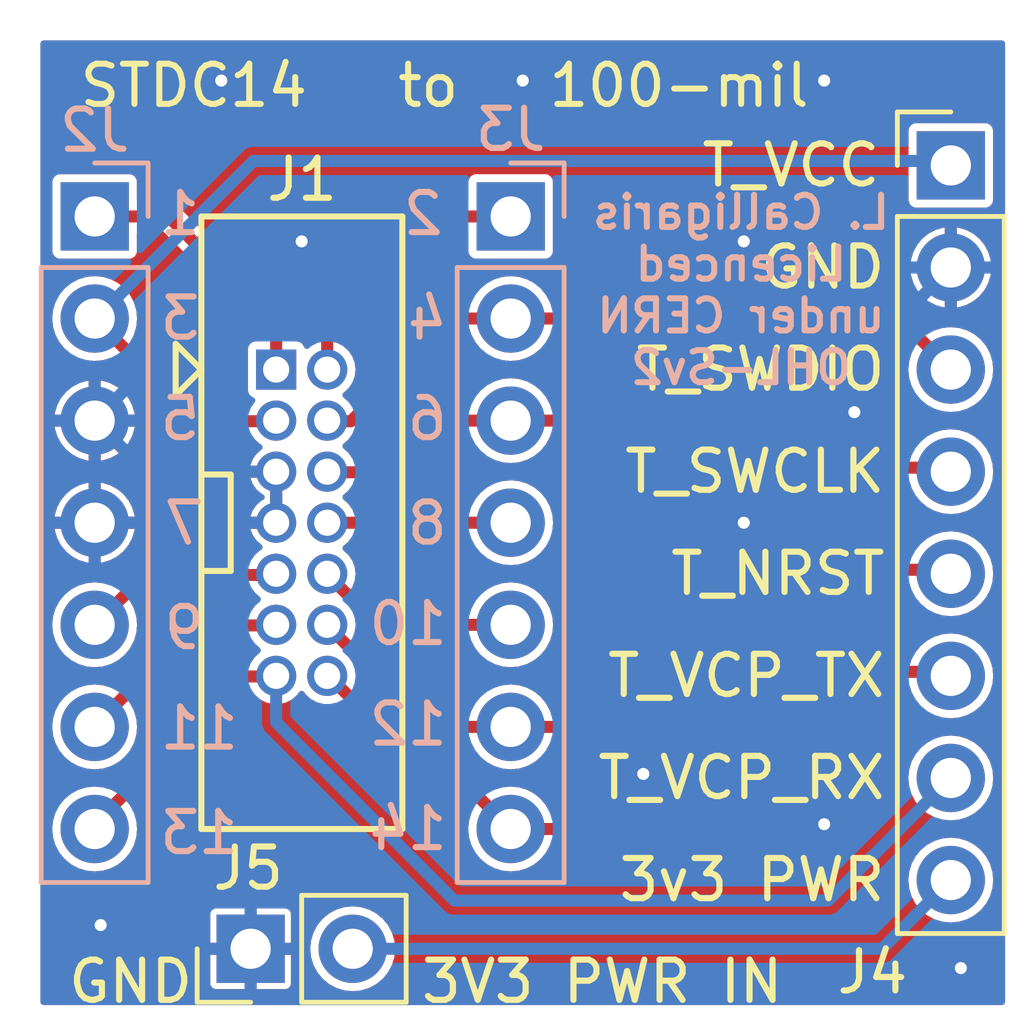
<source format=kicad_pcb>
(kicad_pcb (version 20221018) (generator pcbnew)
  (layers (0 "F.Cu" signal) (31 "B.Cu" signal) (34 "B.Paste" user) (35 "F.Paste" user) (36 "B.SilkS" user "B.Silkscreen") (37 "F.SilkS" user "F.Silkscreen") (38 "B.Mask" user) (39 "F.Mask" user) (44 "Edge.Cuts" user))
  (net 0 "")
  (net 1 "/T_VCC")
  (net 2 "/T_JTMS{slash}T_SWDIO")
  (net 3 "/GND")
  (net 4 "/T_JCLK{slash}T_SWCLK")
  (net 5 "/T_JTDO{slash}T_SWO")
  (net 6 "/T_JRCLK{slash}NC")
  (net 7 "/T_JTDI{slash}NC")
  (net 8 "/GNDDetect")
  (net 9 "/T_NRST")
  (net 10 "/T_VCP_RX")
  (net 11 "/T_VCP_TX")
  (net 12 "Net-(J4-Pin_8)")
  (net 13 "/RESERVED1")
  (net 14 "/RESERVED2")
  (footprint "stdc14-to-100mil-breakout:IDC-Header_2x07_P1.27mm_Vertical" (layer "F.Cu") (at 47 52.508)
    (fp_text reference "J1" (at 0.01 -8.54) (layer "F.SilkS") (effects (font (thickness 0.153))))
    (fp_text value "STDC14_MaleReceptacle_TargetSide" hide)
    (fp_line (start -3.135 -4.45) (end -3.135 -3.17) (stroke (width 0.15)) (layer "F.SilkS"))
    (fp_line (start -3.135 -3.17) (end -2.495 -3.81) (stroke (width 0.15)) (layer "F.SilkS"))
    (fp_line (start -2.495 -7.62) (end -2.495 7.62) (stroke (width 0.15)) (layer "F.SilkS"))
    (fp_line (start -2.495 -7.62) (end 2.505 -7.62) (stroke (width 0.15)) (layer "F.SilkS"))
    (fp_line (start -2.495 -3.81) (end -3.135 -4.45) (stroke (width 0.15)) (layer "F.SilkS"))
    (fp_line (start -2.495 -1.2) (end -1.765 -1.2) (stroke (width 0.15)) (layer "F.SilkS"))
    (fp_line (start -2.495 1.2) (end -1.765 1.2) (stroke (width 0.15)) (layer "F.SilkS"))
    (fp_line (start -2.495 7.62) (end 2.505 7.62) (stroke (width 0.15)) (layer "F.SilkS"))
    (fp_line (start -1.765 -1.2) (end -1.765 1.2) (stroke (width 0.15)) (layer "F.SilkS"))
    (fp_line (start 2.505 -7.62) (end 2.505 7.62) (stroke (width 0.15)) (layer "F.SilkS"))
    (pad "1" thru_hole rect (at -0.635 -3.81) (size 1 1) (drill 0.65) (layers "*.Cu" "*.Mask") (net 13 "/RESERVED1"))
    (pad "2" thru_hole oval (at 0.635 -3.81) (size 1 1) (drill 0.65) (layers "*.Cu" "*.Mask") (net 14 "/RESERVED2"))
    (pad "3" thru_hole oval (at -0.635 -2.54) (size 1 1) (drill 0.65) (layers "*.Cu" "*.Mask") (net 1 "/T_VCC"))
    (pad "4" thru_hole oval (at 0.635 -2.54) (size 1 1) (drill 0.65) (layers "*.Cu" "*.Mask") (net 2 "/T_JTMS{slash}T_SWDIO"))
    (pad "5" thru_hole oval (at -0.635 -1.27) (size 1 1) (drill 0.65) (layers "*.Cu" "*.Mask") (net 3 "/GND"))
    (pad "6" thru_hole oval (at 0.635 -1.27) (size 1 1) (drill 0.65) (layers "*.Cu" "*.Mask") (net 4 "/T_JCLK{slash}T_SWCLK"))
    (pad "7" thru_hole oval (at -0.635 0) (size 1 1) (drill 0.65) (layers "*.Cu" "*.Mask") (net 3 "/GND"))
    (pad "8" thru_hole oval (at 0.635 0) (size 1 1) (drill 0.65) (layers "*.Cu" "*.Mask") (net 5 "/T_JTDO{slash}T_SWO"))
    (pad "9" thru_hole oval (at -0.635 1.27) (size 1 1) (drill 0.65) (layers "*.Cu" "*.Mask") (net 6 "/T_JRCLK{slash}NC"))
    (pad "10" thru_hole oval (at 0.635 1.27) (size 1 1) (drill 0.65) (layers "*.Cu" "*.Mask") (net 7 "/T_JTDI{slash}NC"))
    (pad "11" thru_hole oval (at -0.635 2.54) (size 1 1) (drill 0.65) (layers "*.Cu" "*.Mask") (net 8 "/GNDDetect"))
    (pad "12" thru_hole oval (at 0.635 2.54) (size 1 1) (drill 0.65) (layers "*.Cu" "*.Mask") (net 9 "/T_NRST"))
    (pad "13" thru_hole oval (at -0.635 3.81) (size 1 1) (drill 0.65) (layers "*.Cu" "*.Mask") (net 10 "/T_VCP_RX"))
    (pad "14" thru_hole oval (at 0.635 3.81) (size 1 1) (drill 0.65) (layers "*.Cu" "*.Mask") (net 11 "/T_VCP_TX"))
  )
  (footprint "stdc14-to-100mil-breakout:PinHeader_1x08_P2.54mm_Vertical" (layer "F.Cu") (at 63.15 52.508)
    (fp_text reference "J4" (at -1.95 11.18) (layer "F.SilkS") (effects (font (thickness 0.153))))
    (fp_text value "PinHeader_1x08_P2.54mm_Vertical" hide)
    (fp_line (start -1.33 -10.22) (end 0 -10.22) (stroke (width 0.12)) (layer "F.SilkS"))
    (fp_line (start -1.33 -8.89) (end -1.33 -10.22) (stroke (width 0.12)) (layer "F.SilkS"))
    (fp_line (start -1.33 -7.62) (end -1.33 10.22) (stroke (width 0.12)) (layer "F.SilkS"))
    (fp_line (start -1.33 -7.62) (end 1.33 -7.62) (stroke (width 0.12)) (layer "F.SilkS"))
    (fp_line (start -1.33 10.22) (end 1.33 10.22) (stroke (width 0.12)) (layer "F.SilkS"))
    (fp_line (start 1.33 -7.62) (end 1.33 10.22) (stroke (width 0.12)) (layer "F.SilkS"))
    (pad "1" thru_hole rect (at 0 -8.89) (size 1.7 1.7) (drill 1) (layers "*.Cu" "*.Mask") (net 1 "/T_VCC"))
    (pad "2" thru_hole oval (at 0 -6.35) (size 1.7 1.7) (drill 1) (layers "*.Cu" "*.Mask") (net 3 "/GND"))
    (pad "3" thru_hole oval (at 0 -3.81) (size 1.7 1.7) (drill 1) (layers "*.Cu" "*.Mask") (net 2 "/T_JTMS{slash}T_SWDIO"))
    (pad "4" thru_hole oval (at 0 -1.27) (size 1.7 1.7) (drill 1) (layers "*.Cu" "*.Mask") (net 4 "/T_JCLK{slash}T_SWCLK"))
    (pad "5" thru_hole oval (at 0 1.27) (size 1.7 1.7) (drill 1) (layers "*.Cu" "*.Mask") (net 9 "/T_NRST"))
    (pad "6" thru_hole oval (at 0 3.81) (size 1.7 1.7) (drill 1) (layers "*.Cu" "*.Mask") (net 11 "/T_VCP_TX"))
    (pad "7" thru_hole oval (at 0 6.35) (size 1.7 1.7) (drill 1) (layers "*.Cu" "*.Mask") (net 10 "/T_VCP_RX"))
    (pad "8" thru_hole oval (at 0 8.89) (size 1.7 1.7) (drill 1) (layers "*.Cu" "*.Mask") (net 12 "Net-(J4-Pin_8)"))
  )
  (footprint "stdc14-to-100mil-breakout:PinHeader_1x02_P2.54mm_Vertical" (layer "F.Cu") (at 47 63.108 90)
    (fp_text reference "J5" (at 2 -1.33 180) (layer "F.SilkS") (effects (font (thickness 0.153))))
    (fp_text value "PinHeader_1x02_P2.54mm_Vertical" hide)
    (fp_line (start -1.33 -2.6) (end 0 -2.6) (stroke (width 0.12)) (layer "F.SilkS"))
    (fp_line (start -1.33 -1.27) (end -1.33 -2.6) (stroke (width 0.12)) (layer "F.SilkS"))
    (fp_line (start -1.33 0) (end -1.33 2.6) (stroke (width 0.12)) (layer "F.SilkS"))
    (fp_line (start -1.33 0) (end 1.33 0) (stroke (width 0.12)) (layer "F.SilkS"))
    (fp_line (start -1.33 2.6) (end 1.33 2.6) (stroke (width 0.12)) (layer "F.SilkS"))
    (fp_line (start 1.33 0) (end 1.33 2.6) (stroke (width 0.12)) (layer "F.SilkS"))
    (pad "1" thru_hole rect (at 0 -1.27 90) (size 1.7 1.7) (drill 1) (layers "*.Cu" "*.Mask") (net 3 "/GND"))
    (pad "2" thru_hole oval (at 0 1.27 90) (size 1.7 1.7) (drill 1) (layers "*.Cu" "*.Mask") (net 12 "Net-(J4-Pin_8)"))
  )
  (footprint "stdc14-to-100mil-breakout:PinHeader_1x07_P2.54mm_Vertical" (layer "B.Cu") (at 52.2 52.508 180)
    (fp_text reference "J3" (at 0 9.78) (layer "B.SilkS") (effects (font (thickness 0.153)) (justify mirror)))
    (fp_text value "PinHeader_1x07_P2.54mm_Vertical" hide)
    (fp_line (start -1.33 -8.95) (end 1.33 -8.95) (stroke (width 0.12)) (layer "B.SilkS"))
    (fp_line (start -1.33 6.35) (end -1.33 -8.95) (stroke (width 0.12)) (layer "B.SilkS"))
    (fp_line (start -1.33 6.35) (end 1.33 6.35) (stroke (width 0.12)) (layer "B.SilkS"))
    (fp_line (start -1.33 7.62) (end -1.33 8.95) (stroke (width 0.12)) (layer "B.SilkS"))
    (fp_line (start -1.33 8.95) (end 0 8.95) (stroke (width 0.12)) (layer "B.SilkS"))
    (fp_line (start 1.33 6.35) (end 1.33 -8.95) (stroke (width 0.12)) (layer "B.SilkS"))
    (pad "1" thru_hole rect (at 0 7.62 180) (size 1.7 1.7) (drill 1) (layers "*.Cu" "*.Mask") (net 14 "/RESERVED2"))
    (pad "2" thru_hole oval (at 0 5.08 180) (size 1.7 1.7) (drill 1) (layers "*.Cu" "*.Mask") (net 2 "/T_JTMS{slash}T_SWDIO"))
    (pad "3" thru_hole oval (at 0 2.54 180) (size 1.7 1.7) (drill 1) (layers "*.Cu" "*.Mask") (net 4 "/T_JCLK{slash}T_SWCLK"))
    (pad "4" thru_hole oval (at 0 0 180) (size 1.7 1.7) (drill 1) (layers "*.Cu" "*.Mask") (net 5 "/T_JTDO{slash}T_SWO"))
    (pad "5" thru_hole oval (at 0 -2.54 180) (size 1.7 1.7) (drill 1) (layers "*.Cu" "*.Mask") (net 7 "/T_JTDI{slash}NC"))
    (pad "6" thru_hole oval (at 0 -5.08 180) (size 1.7 1.7) (drill 1) (layers "*.Cu" "*.Mask") (net 9 "/T_NRST"))
    (pad "7" thru_hole oval (at 0 -7.62 180) (size 1.7 1.7) (drill 1) (layers "*.Cu" "*.Mask") (net 11 "/T_VCP_TX"))
  )
  (footprint "stdc14-to-100mil-breakout:PinHeader_1x07_P2.54mm_Vertical" (layer "B.Cu") (at 41.85 52.508 180)
    (fp_text reference "J2" (at 0 9.76) (layer "B.SilkS") (effects (font (thickness 0.153)) (justify mirror)))
    (fp_text value "PinHeader_1x07_P2.54mm_Vertical" hide)
    (fp_line (start -1.33 -8.95) (end 1.33 -8.95) (stroke (width 0.12)) (layer "B.SilkS"))
    (fp_line (start -1.33 6.35) (end -1.33 -8.95) (stroke (width 0.12)) (layer "B.SilkS"))
    (fp_line (start -1.33 6.35) (end 1.33 6.35) (stroke (width 0.12)) (layer "B.SilkS"))
    (fp_line (start -1.33 7.62) (end -1.33 8.95) (stroke (width 0.12)) (layer "B.SilkS"))
    (fp_line (start -1.33 8.95) (end 0 8.95) (stroke (width 0.12)) (layer "B.SilkS"))
    (fp_line (start 1.33 6.35) (end 1.33 -8.95) (stroke (width 0.12)) (layer "B.SilkS"))
    (pad "1" thru_hole rect (at 0 7.62 180) (size 1.7 1.7) (drill 1) (layers "*.Cu" "*.Mask") (net 13 "/RESERVED1"))
    (pad "2" thru_hole oval (at 0 5.08 180) (size 1.7 1.7) (drill 1) (layers "*.Cu" "*.Mask") (net 1 "/T_VCC"))
    (pad "3" thru_hole oval (at 0 2.54 180) (size 1.7 1.7) (drill 1) (layers "*.Cu" "*.Mask") (net 3 "/GND"))
    (pad "4" thru_hole oval (at 0 0 180) (size 1.7 1.7) (drill 1) (layers "*.Cu" "*.Mask") (net 3 "/GND"))
    (pad "5" thru_hole oval (at 0 -2.54 180) (size 1.7 1.7) (drill 1) (layers "*.Cu" "*.Mask") (net 6 "/T_JRCLK{slash}NC"))
    (pad "6" thru_hole oval (at 0 -5.08 180) (size 1.7 1.7) (drill 1) (layers "*.Cu" "*.Mask") (net 8 "/GNDDetect"))
    (pad "7" thru_hole oval (at 0 -7.62 180) (size 1.7 1.7) (drill 1) (layers "*.Cu" "*.Mask") (net 10 "/T_VCP_RX"))
  )
  (gr_text "1" (at 43.4 45.408) (layer "B.SilkS") (effects (font (size 1 1) (thickness 0.153)) (justify right bottom mirror)))
  (gr_text "4" (at 50.7 48.008) (layer "B.SilkS") (effects (font (size 1 1) (thickness 0.153)) (justify left bottom mirror)))
  (gr_text "6" (at 50.7 50.508) (layer "B.SilkS") (effects (font (size 1 1) (thickness 0.153)) (justify left bottom mirror)))
  (gr_text "10" (at 50.7 55.608) (layer "B.SilkS") (effects (font (size 1 1) (thickness 0.153)) (justify left bottom mirror)))
  (gr_text "7" (at 43.5 53.108) (layer "B.SilkS") (effects (font (size 1 1) (thickness 0.153)) (justify right bottom mirror)))
  (gr_text "14" (at 50.7 60.708) (layer "B.SilkS") (effects (font (size 1 1) (thickness 0.153)) (justify left bottom mirror)))
  (gr_text "5" (at 43.4 50.508) (layer "B.SilkS") (effects (font (size 1 1) (thickness 0.153)) (justify right bottom mirror)))
  (gr_text "3" (at 43.4 48.008) (layer "B.SilkS") (effects (font (size 1 1) (thickness 0.153)) (justify right bottom mirror)))
  (gr_text "2" (at 50.6 45.408) (layer "B.SilkS") (effects (font (size 1 1) (thickness 0.153)) (justify left bottom mirror)))
  (gr_text "9" (at 43.5 55.708) (layer "B.SilkS") (effects (font (size 1 1) (thickness 0.153)) (justify right bottom mirror)))
  (gr_text "12" (at 50.7 58.108) (layer "B.SilkS") (effects (font (size 1 1) (thickness 0.153)) (justify left bottom mirror)))
  (gr_text "L. Calligaris\nLicenced\nunder CERN\nOHL-Sv2" (at 57.93 49.118) (layer "B.SilkS") (effects (font (size 0.8 0.8)) (justify bottom mirror)))
  (gr_text "13" (at 45.5 60.808) (layer "B.SilkS") (effects (font (size 1 1) (thickness 0.153)) (justify left bottom mirror)))
  (gr_text "11" (at 43.4 58.208) (layer "B.SilkS") (effects (font (size 1 1) (thickness 0.153)) (justify right bottom mirror)))
  (gr_text "8" (at 50.7 53.108) (layer "B.SilkS") (effects (font (size 1 1) (thickness 0.153)) (justify left bottom mirror)))
  (gr_text "T_VCC" (at 61.463 44.199) (layer "F.SilkS") (effects (font (size 1 1) (thickness 0.153)) (justify right bottom)))
  (gr_text "T_VCP_RX" (at 61.59 59.439) (layer "F.SilkS") (effects (font (size 1 1) (thickness 0.153)) (justify right bottom)))
  (gr_text "T_SWDIO" (at 61.59 49.279) (layer "F.SilkS") (effects (font (size 1 1) (thickness 0.153)) (justify right bottom)))
  (gr_text "T_VCP_TX" (at 61.59 56.899) (layer "F.SilkS") (effects (font (size 1 1) (thickness 0.153)) (justify right bottom)))
  (gr_text "T_NRST" (at 61.59 54.359) (layer "F.SilkS") (effects (font (size 1 1) (thickness 0.153)) (justify right bottom)))
  (gr_text "GND" (at 61.59 46.739) (layer "F.SilkS") (effects (font (size 1 1) (thickness 0.153)) (justify right bottom)))
  (gr_text "STDC14   to   100-mil" (at 59.7 42.218) (layer "F.SilkS") (effects (font (size 1 1)) (justify right bottom)))
  (gr_text "3v3 PWR" (at 61.59 61.979) (layer "F.SilkS") (effects (font (size 1 1) (thickness 0.153)) (justify right bottom)))
  (gr_text "GND" (at 41.12 64.508) (layer "F.SilkS") (effects (font (size 1 1) (thickness 0.153)) (justify left bottom)))
  (gr_text "3V3 PWR IN" (at 49.9 64.508) (layer "F.SilkS") (effects (font (size 1 1) (thickness 0.153)) (justify left bottom)))
  (gr_text "T_SWCLK" (at 61.59 51.819) (layer "F.SilkS") (effects (font (size 1 1) (thickness 0.153)) (justify right bottom)))
  (segment (start 44.405 49.983) (end 41.85 47.428) (width 0.3) (layer "F.Cu") (net 1))
  (segment (start 46.365 49.983) (end 44.405 49.983) (width 0.3) (layer "F.Cu") (net 1))
  (segment (start 45.8 43.508) (end 63.04 43.508) (width 0.3) (layer "B.Cu") (net 1))
  (segment (start 41.88 47.428) (end 45.8 43.508) (width 0.3) (layer "B.Cu") (net 1))
  (segment (start 41.85 47.428) (end 41.88 47.428) (width 0.3) (layer "B.Cu") (net 1))
  (segment (start 63.04 43.508) (end 63.15 43.618) (width 0.3) (layer "B.Cu") (net 1))
  (segment (start 61.88 47.428) (end 63.15 48.698) (width 0.3) (layer "F.Cu") (net 2))
  (segment (start 48.225 49.983) (end 50.78 47.428) (width 0.3) (layer "F.Cu") (net 2))
  (segment (start 52.2 47.428) (end 61.88 47.428) (width 0.3) (layer "F.Cu") (net 2))
  (segment (start 47.635 49.983) (end 48.225 49.983) (width 0.3) (layer "F.Cu") (net 2))
  (segment (start 50.78 47.428) (end 52.2 47.428) (width 0.3) (layer "F.Cu") (net 2))
  (segment (start 46.365 51.253) (end 46.365 52.523) (width 0.3) (layer "F.Cu") (net 3))
  (segment (start 46.365 51.238) (end 43.12 51.238) (width 0.3) (layer "F.Cu") (net 3))
  (segment (start 41.85 49.968) (end 41.85 52.508) (width 0.3) (layer "F.Cu") (net 3))
  (segment (start 43.12 51.238) (end 41.85 49.968) (width 0.3) (layer "F.Cu") (net 3))
  (segment (start 46.365 52.508) (end 41.85 52.508) (width 0.3) (layer "F.Cu") (net 3))
  (via (at 60 60.008) (size 0.6) (drill 0.3) (layers "F.Cu" "B.Cu") (net 3))
  (via (at 63.4 63.588) (size 0.6) (drill 0.3) (layers "F.Cu" "B.Cu") (net 3))
  (via (at 45 41.508) (size 0.6) (drill 0.3) (layers "F.Cu" "B.Cu") (net 3))
  (via (at 47 45.508) (size 0.6) (drill 0.3) (layers "F.Cu" "B.Cu") (net 3))
  (via (at 60.75 49.758) (size 0.6) (drill 0.3) (layers "F.Cu" "B.Cu") (net 3))
  (via (at 58 45.508) (size 0.6) (drill 0.3) (layers "F.Cu" "B.Cu") (net 3))
  (via (at 58 52.508) (size 0.6) (drill 0.3) (layers "F.Cu" "B.Cu") (net 3))
  (via (at 55.5 58.758) (size 0.6) (drill 0.3) (layers "F.Cu" "B.Cu") (net 3))
  (via (at 60 41.508) (size 0.6) (drill 0.3) (layers "F.Cu" "B.Cu") (net 3))
  (via (at 42 62.518) (size 0.6) (drill 0.3) (layers "F.Cu" "B.Cu") (net 3))
  (via (at 52.5 41.508) (size 0.6) (drill 0.3) (layers "F.Cu" "B.Cu") (net 3))
  (segment (start 44.1 52.208) (end 41.86 49.968) (width 0.3) (layer "B.Cu") (net 3))
  (segment (start 41.86 49.968) (end 41.85 49.968) (width 0.3) (layer "B.Cu") (net 3))
  (segment (start 60.6 48.708) (end 50.4 48.708) (width 0.3) (layer "B.Cu") (net 3))
  (segment (start 45.73 63.108) (end 45.73 59.418) (width 0.3) (layer "B.Cu") (net 3))
  (segment (start 63.15 46.158) (end 60.6 48.708) (width 0.3) (layer "B.Cu") (net 3))
  (segment (start 44.1 57.788) (end 44.1 52.208) (width 0.3) (layer "B.Cu") (net 3))
  (segment (start 44.2 47.608) (end 41.85 49.958) (width 0.3) (layer "B.Cu") (net 3))
  (segment (start 50.4 48.708) (end 49.3 47.608) (width 0.3) (layer "B.Cu") (net 3))
  (segment (start 41.85 49.958) (end 41.85 49.968) (width 0.3) (layer "B.Cu") (net 3))
  (segment (start 45.73 59.418) (end 44.1 57.788) (width 0.3) (layer "B.Cu") (net 3))
  (segment (start 49.3 47.608) (end 44.2 47.608) (width 0.3) (layer "B.Cu") (net 3))
  (segment (start 47.635 51.253) (end 49.055 51.253) (width 0.3) (layer "F.Cu") (net 4))
  (segment (start 58.395 49.968) (end 59.565 51.138) (width 0.3) (layer "F.Cu") (net 4))
  (segment (start 50.34 49.968) (end 52.2 49.968) (width 0.3) (layer "F.Cu") (net 4))
  (segment (start 59.565 51.138) (end 63.05 51.138) (width 0.3) (layer "F.Cu") (net 4))
  (segment (start 52.2 49.968) (end 58.395 49.968) (width 0.3) (layer "F.Cu") (net 4))
  (segment (start 63.05 51.138) (end 63.15 51.238) (width 0.3) (layer "F.Cu") (net 4))
  (segment (start 49.055 51.253) (end 50.34 49.968) (width 0.3) (layer "F.Cu") (net 4))
  (segment (start 47.67 52.508) (end 52.2 52.508) (width 0.3) (layer "F.Cu") (net 5))
  (segment (start 47.635 52.473) (end 47.67 52.508) (width 0.3) (layer "F.Cu") (net 5))
  (segment (start 47.635 52.523) (end 47.635 52.473) (width 0.3) (layer "F.Cu") (net 5))
  (segment (start 41.86 55.048) (end 41.85 55.048) (width 0.3) (layer "F.Cu") (net 6))
  (segment (start 46.35 53.808) (end 43.1 53.808) (width 0.3) (layer "F.Cu") (net 6))
  (segment (start 43.1 53.808) (end 41.86 55.048) (width 0.3) (layer "F.Cu") (net 6))
  (segment (start 46.365 53.793) (end 46.35 53.808) (width 0.3) (layer "F.Cu") (net 6))
  (segment (start 47.635 53.793) (end 48.89 55.048) (width 0.3) (layer "F.Cu") (net 7))
  (segment (start 48.89 55.048) (end 52.2 55.048) (width 0.3) (layer "F.Cu") (net 7))
  (segment (start 44.345 55.063) (end 41.85 57.558) (width 0.3) (layer "F.Cu") (net 8))
  (segment (start 46.365 55.063) (end 44.345 55.063) (width 0.3) (layer "F.Cu") (net 8))
  (segment (start 41.85 57.558) (end 41.85 57.588) (width 0.3) (layer "F.Cu") (net 8))
  (segment (start 47.635 55.063) (end 50.16 57.588) (width 0.3) (layer "F.Cu") (net 9))
  (segment (start 63.05 53.678) (end 63.15 53.778) (width 0.3) (layer "F.Cu") (net 9))
  (segment (start 50.16 57.588) (end 52.2 57.588) (width 0.3) (layer "F.Cu") (net 9))
  (segment (start 52.2 57.588) (end 57.32 57.588) (width 0.3) (layer "F.Cu") (net 9))
  (segment (start 61.23 53.678) (end 63.05 53.678) (width 0.3) (layer "F.Cu") (net 9))
  (segment (start 57.32 57.588) (end 61.23 53.678) (width 0.3) (layer "F.Cu") (net 9))
  (segment (start 45.525 56.333) (end 46.365 56.333) (width 0.3) (layer "F.Cu") (net 10))
  (segment (start 41.85 60.008) (end 45.525 56.333) (width 0.3) (layer "F.Cu") (net 10))
  (segment (start 41.85 60.128) (end 41.85 60.008) (width 0.3) (layer "F.Cu") (net 10))
  (segment (start 50.8 61.908) (end 46.365 57.473) (width 0.3) (layer "B.Cu") (net 10))
  (segment (start 46.365 57.473) (end 46.365 56.333) (width 0.3) (layer "B.Cu") (net 10))
  (segment (start 60.1 61.908) (end 50.8 61.908) (width 0.3) (layer "B.Cu") (net 10))
  (segment (start 63.15 58.858) (end 60.1 61.908) (width 0.3) (layer "B.Cu") (net 10))
  (segment (start 57.58 60.128) (end 61.49 56.218) (width 0.3) (layer "F.Cu") (net 11))
  (segment (start 63.05 56.218) (end 63.15 56.318) (width 0.3) (layer "F.Cu") (net 11))
  (segment (start 61.49 56.218) (end 63.05 56.218) (width 0.3) (layer "F.Cu") (net 11))
  (segment (start 50.88 58.808) (end 52.2 60.128) (width 0.3) (layer "F.Cu") (net 11))
  (segment (start 47.635 56.333) (end 47.685 56.333) (width 0.3) (layer "F.Cu") (net 11))
  (segment (start 52.2 60.128) (end 57.58 60.128) (width 0.3) (layer "F.Cu") (net 11))
  (segment (start 50.16 58.808) (end 50.88 58.808) (width 0.3) (layer "F.Cu") (net 11))
  (segment (start 47.685 56.333) (end 50.16 58.808) (width 0.3) (layer "F.Cu") (net 11))
  (segment (start 61.44 63.108) (end 63.15 61.398) (width 0.3) (layer "B.Cu") (net 12))
  (segment (start 48.27 63.108) (end 61.44 63.108) (width 0.3) (layer "B.Cu") (net 12))
  (segment (start 43.68 44.888) (end 41.85 44.888) (width 0.3) (layer "F.Cu") (net 13))
  (segment (start 46.365 47.573) (end 43.68 44.888) (width 0.3) (layer "F.Cu") (net 13))
  (segment (start 46.365 48.713) (end 46.365 47.573) (width 0.3) (layer "F.Cu") (net 13))
  (segment (start 50.32 44.888) (end 52.2 44.888) (width 0.3) (layer "F.Cu") (net 14))
  (segment (start 47.635 47.573) (end 50.32 44.888) (width 0.3) (layer "F.Cu") (net 14))
  (segment (start 47.635 48.713) (end 47.635 47.573) (width 0.3) (layer "F.Cu") (net 14))
  (zone (net 3) (net_name "/GND") (layer "F.Cu") (connect_pads (clearance 0.2)) (min_thickness 0.153) (fill yes (thermal_gap 0.153) (thermal_bridge_width 0.3))
    (polygon (pts (xy 40.5 40.508) (xy 40.5 64.508) (xy 64.5 64.508) (xy 64.5 40.508)))
  )
  (zone (net 3) (net_name "/GND") (layer "B.Cu") (connect_pads (clearance 0.2)) (min_thickness 0.153) (fill yes (thermal_gap 0.153) (thermal_bridge_width 0.3))
    (polygon (pts (xy 40.5 40.508) (xy 40.5 64.508) (xy 64.5 64.508) (xy 64.5 40.508)))
  )
)
</source>
